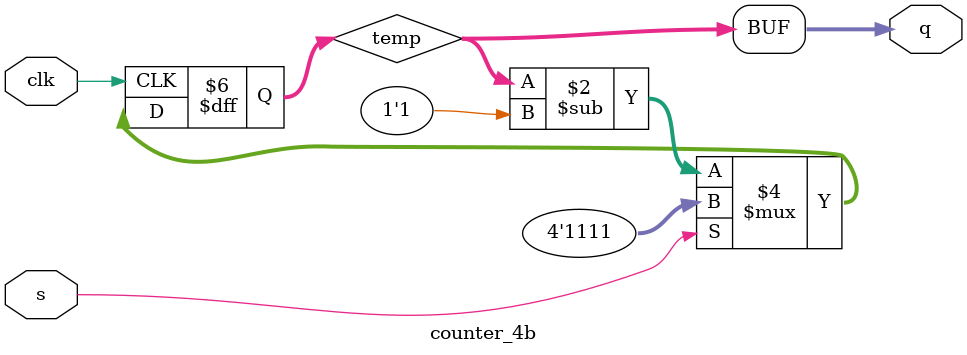
<source format=v>
module counter_4b(clk,s,q);
input clk,s;
output [3:0] q;
reg    [3:0] temp;

always @(posedge clk)
    begin
        if(s)
            temp <= 4'b1111;
        else 
            temp <= temp - 1'b1;    
    end
        assign q = temp;
endmodule

</source>
